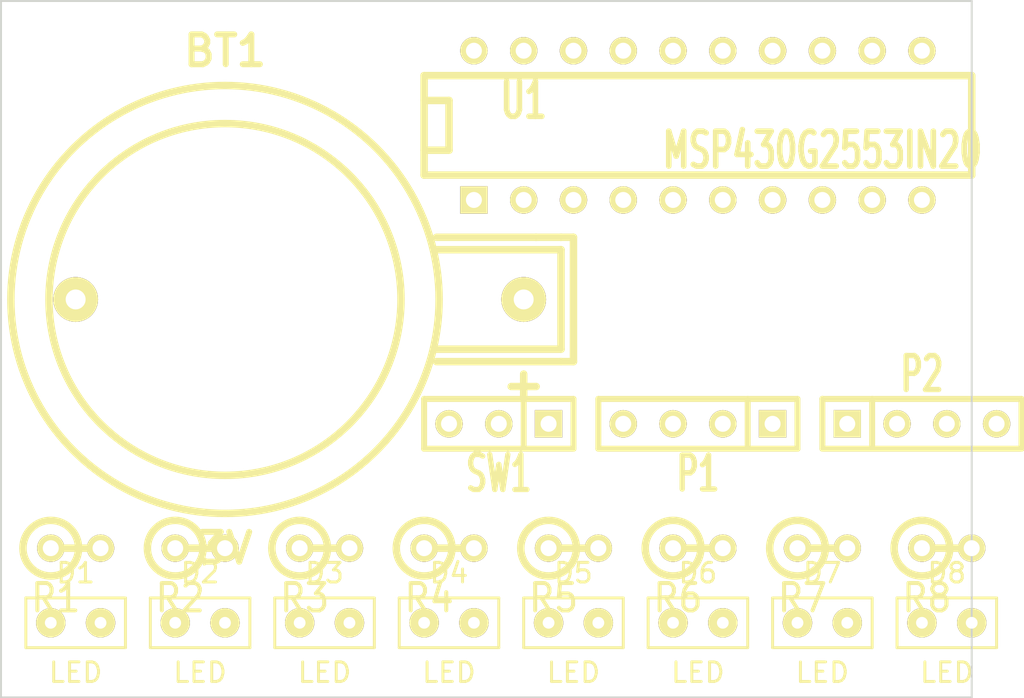
<source format=kicad_pcb>
(kicad_pcb (version 3) (host pcbnew "(2013-07-07 BZR 4022)-stable")

  (general
    (links 35)
    (no_connects 35)
    (area 0 0 0 0)
    (thickness 1.6)
    (drawings 5)
    (tracks 0)
    (zones 0)
    (modules 21)
    (nets 24)
  )

  (page A3)
  (layers
    (15 F.Cu signal)
    (0 B.Cu signal)
    (16 B.Adhes user)
    (17 F.Adhes user)
    (18 B.Paste user)
    (19 F.Paste user)
    (20 B.SilkS user)
    (21 F.SilkS user)
    (22 B.Mask user)
    (23 F.Mask user)
    (24 Dwgs.User user)
    (25 Cmts.User user)
    (26 Eco1.User user)
    (27 Eco2.User user)
  )

  (setup
    (last_trace_width 0.254)
    (trace_clearance 0.254)
    (zone_clearance 0.508)
    (zone_45_only no)
    (trace_min 0.254)
    (segment_width 0.2)
    (edge_width 0.1)
    (via_size 0.889)
    (via_drill 0.635)
    (via_min_size 0.889)
    (via_min_drill 0.508)
    (uvia_size 0.508)
    (uvia_drill 0.127)
    (uvias_allowed no)
    (uvia_min_size 0.508)
    (uvia_min_drill 0.127)
    (pcb_text_width 0.3)
    (pcb_text_size 1.5 1.5)
    (mod_edge_width 0.15)
    (mod_text_size 1 1)
    (mod_text_width 0.15)
    (pad_size 1.5 1.5)
    (pad_drill 0.6)
    (pad_to_mask_clearance 0)
    (aux_axis_origin 0 0)
    (visible_elements FFFFFFBF)
    (pcbplotparams
      (layerselection 3178497)
      (usegerberextensions true)
      (excludeedgelayer true)
      (linewidth 0.150000)
      (plotframeref false)
      (viasonmask false)
      (mode 1)
      (useauxorigin false)
      (hpglpennumber 1)
      (hpglpenspeed 20)
      (hpglpendiameter 15)
      (hpglpenoverlay 2)
      (psnegative false)
      (psa4output false)
      (plotreference true)
      (plotvalue true)
      (plotothertext true)
      (plotinvisibletext false)
      (padsonsilk false)
      (subtractmaskfromsilk false)
      (outputformat 1)
      (mirror false)
      (drillshape 1)
      (scaleselection 1)
      (outputdirectory ""))
  )

  (net 0 "")
  (net 1 N-000001)
  (net 2 N-0000010)
  (net 3 N-0000011)
  (net 4 N-0000012)
  (net 5 N-0000013)
  (net 6 N-0000014)
  (net 7 N-0000015)
  (net 8 N-0000016)
  (net 9 N-0000017)
  (net 10 N-0000018)
  (net 11 N-0000019)
  (net 12 N-000002)
  (net 13 N-0000020)
  (net 14 N-0000021)
  (net 15 N-0000028)
  (net 16 N-0000029)
  (net 17 N-000003)
  (net 18 N-000004)
  (net 19 N-000005)
  (net 20 N-000006)
  (net 21 N-000007)
  (net 22 N-000008)
  (net 23 N-000009)

  (net_class Default "This is the default net class."
    (clearance 0.254)
    (trace_width 0.254)
    (via_dia 0.889)
    (via_drill 0.635)
    (uvia_dia 0.508)
    (uvia_drill 0.127)
    (add_net "")
    (add_net N-000001)
    (add_net N-0000010)
    (add_net N-0000011)
    (add_net N-0000012)
    (add_net N-0000013)
    (add_net N-0000014)
    (add_net N-0000015)
    (add_net N-0000016)
    (add_net N-0000017)
    (add_net N-0000018)
    (add_net N-0000019)
    (add_net N-000002)
    (add_net N-0000020)
    (add_net N-0000021)
    (add_net N-0000028)
    (add_net N-0000029)
    (add_net N-000003)
    (add_net N-000004)
    (add_net N-000005)
    (add_net N-000006)
    (add_net N-000007)
    (add_net N-000008)
    (add_net N-000009)
  )

  (module SIL-4 (layer F.Cu) (tedit 200000) (tstamp 53B883F5)
    (at 133.35 77.47)
    (descr "Connecteur 4 pibs")
    (tags "CONN DEV")
    (path /53B8859D)
    (fp_text reference P2 (at 0 -2.54) (layer F.SilkS)
      (effects (font (size 1.73482 1.08712) (thickness 0.3048)))
    )
    (fp_text value PROGRAM (at 0 -2.54) (layer F.SilkS) hide
      (effects (font (size 1.524 1.016) (thickness 0.3048)))
    )
    (fp_line (start -5.08 -1.27) (end -5.08 -1.27) (layer F.SilkS) (width 0.3048))
    (fp_line (start -5.08 1.27) (end -5.08 -1.27) (layer F.SilkS) (width 0.3048))
    (fp_line (start -5.08 -1.27) (end -5.08 -1.27) (layer F.SilkS) (width 0.3048))
    (fp_line (start -5.08 -1.27) (end 5.08 -1.27) (layer F.SilkS) (width 0.3048))
    (fp_line (start 5.08 -1.27) (end 5.08 1.27) (layer F.SilkS) (width 0.3048))
    (fp_line (start 5.08 1.27) (end -5.08 1.27) (layer F.SilkS) (width 0.3048))
    (fp_line (start -2.54 1.27) (end -2.54 -1.27) (layer F.SilkS) (width 0.3048))
    (pad 1 thru_hole rect (at -3.81 0) (size 1.397 1.397) (drill 0.8128)
      (layers *.Cu *.Mask F.SilkS)
      (net 15 N-0000028)
    )
    (pad 2 thru_hole circle (at -1.27 0) (size 1.397 1.397) (drill 0.8128)
      (layers *.Cu *.Mask F.SilkS)
      (net 4 N-0000012)
    )
    (pad 3 thru_hole circle (at 1.27 0) (size 1.397 1.397) (drill 0.8128)
      (layers *.Cu *.Mask F.SilkS)
      (net 3 N-0000011)
    )
    (pad 4 thru_hole circle (at 3.81 0) (size 1.397 1.397) (drill 0.8128)
      (layers *.Cu *.Mask F.SilkS)
      (net 16 N-0000029)
    )
  )

  (module SIL-4 (layer F.Cu) (tedit 200000) (tstamp 53B88404)
    (at 121.92 77.47 180)
    (descr "Connecteur 4 pibs")
    (tags "CONN DEV")
    (path /53B88486)
    (fp_text reference P1 (at 0 -2.54 180) (layer F.SilkS)
      (effects (font (size 1.73482 1.08712) (thickness 0.3048)))
    )
    (fp_text value SERIAL (at 0 -2.54 180) (layer F.SilkS) hide
      (effects (font (size 1.524 1.016) (thickness 0.3048)))
    )
    (fp_line (start -5.08 -1.27) (end -5.08 -1.27) (layer F.SilkS) (width 0.3048))
    (fp_line (start -5.08 1.27) (end -5.08 -1.27) (layer F.SilkS) (width 0.3048))
    (fp_line (start -5.08 -1.27) (end -5.08 -1.27) (layer F.SilkS) (width 0.3048))
    (fp_line (start -5.08 -1.27) (end 5.08 -1.27) (layer F.SilkS) (width 0.3048))
    (fp_line (start 5.08 -1.27) (end 5.08 1.27) (layer F.SilkS) (width 0.3048))
    (fp_line (start 5.08 1.27) (end -5.08 1.27) (layer F.SilkS) (width 0.3048))
    (fp_line (start -2.54 1.27) (end -2.54 -1.27) (layer F.SilkS) (width 0.3048))
    (pad 1 thru_hole rect (at -3.81 0 180) (size 1.397 1.397) (drill 0.8128)
      (layers *.Cu *.Mask F.SilkS)
      (net 15 N-0000028)
    )
    (pad 2 thru_hole circle (at -1.27 0 180) (size 1.397 1.397) (drill 0.8128)
      (layers *.Cu *.Mask F.SilkS)
      (net 6 N-0000014)
    )
    (pad 3 thru_hole circle (at 1.27 0 180) (size 1.397 1.397) (drill 0.8128)
      (layers *.Cu *.Mask F.SilkS)
      (net 7 N-0000015)
    )
    (pad 4 thru_hole circle (at 3.81 0 180) (size 1.397 1.397) (drill 0.8128)
      (layers *.Cu *.Mask F.SilkS)
      (net 16 N-0000029)
    )
  )

  (module SIL-3 (layer F.Cu) (tedit 200000) (tstamp 53B88410)
    (at 111.76 77.47 180)
    (descr "Connecteur 3 pins")
    (tags "CONN DEV")
    (path /53B88160)
    (fp_text reference SW1 (at 0 -2.54 180) (layer F.SilkS)
      (effects (font (size 1.7907 1.07696) (thickness 0.3048)))
    )
    (fp_text value SPST (at 0 -2.54 180) (layer F.SilkS) hide
      (effects (font (size 1.524 1.016) (thickness 0.3048)))
    )
    (fp_line (start -3.81 1.27) (end -3.81 -1.27) (layer F.SilkS) (width 0.3048))
    (fp_line (start -3.81 -1.27) (end 3.81 -1.27) (layer F.SilkS) (width 0.3048))
    (fp_line (start 3.81 -1.27) (end 3.81 1.27) (layer F.SilkS) (width 0.3048))
    (fp_line (start 3.81 1.27) (end -3.81 1.27) (layer F.SilkS) (width 0.3048))
    (fp_line (start -1.27 -1.27) (end -1.27 1.27) (layer F.SilkS) (width 0.3048))
    (pad 1 thru_hole rect (at -2.54 0 180) (size 1.397 1.397) (drill 0.8128)
      (layers *.Cu *.Mask F.SilkS)
      (net 15 N-0000028)
    )
    (pad 2 thru_hole circle (at 0 0 180) (size 1.397 1.397) (drill 0.8128)
      (layers *.Cu *.Mask F.SilkS)
      (net 14 N-0000021)
    )
    (pad 3 thru_hole circle (at 2.54 0 180) (size 1.397 1.397) (drill 0.8128)
      (layers *.Cu *.Mask F.SilkS)
    )
  )

  (module R1 (layer F.Cu) (tedit 200000) (tstamp 53B88418)
    (at 134.62 83.82)
    (descr "Resistance verticale")
    (tags R)
    (path /53B8820D)
    (autoplace_cost90 10)
    (autoplace_cost180 10)
    (fp_text reference R8 (at -1.016 2.54) (layer F.SilkS)
      (effects (font (size 1.397 1.27) (thickness 0.2032)))
    )
    (fp_text value R (at -1.143 2.54) (layer F.SilkS) hide
      (effects (font (size 1.397 1.27) (thickness 0.2032)))
    )
    (fp_line (start -1.27 0) (end 1.27 0) (layer F.SilkS) (width 0.381))
    (fp_circle (center -1.27 0) (end -0.635 1.27) (layer F.SilkS) (width 0.381))
    (pad 1 thru_hole circle (at -1.27 0) (size 1.397 1.397) (drill 0.8128)
      (layers *.Cu *.Mask F.SilkS)
      (net 8 N-0000016)
    )
    (pad 2 thru_hole circle (at 1.27 0) (size 1.397 1.397) (drill 0.8128)
      (layers *.Cu *.Mask F.SilkS)
      (net 20 N-000006)
    )
    (model discret/verti_resistor.wrl
      (at (xyz 0 0 0))
      (scale (xyz 1 1 1))
      (rotate (xyz 0 0 0))
    )
  )

  (module R1 (layer F.Cu) (tedit 200000) (tstamp 53B88420)
    (at 128.27 83.82)
    (descr "Resistance verticale")
    (tags R)
    (path /53B88207)
    (autoplace_cost90 10)
    (autoplace_cost180 10)
    (fp_text reference R7 (at -1.016 2.54) (layer F.SilkS)
      (effects (font (size 1.397 1.27) (thickness 0.2032)))
    )
    (fp_text value R (at -1.143 2.54) (layer F.SilkS) hide
      (effects (font (size 1.397 1.27) (thickness 0.2032)))
    )
    (fp_line (start -1.27 0) (end 1.27 0) (layer F.SilkS) (width 0.381))
    (fp_circle (center -1.27 0) (end -0.635 1.27) (layer F.SilkS) (width 0.381))
    (pad 1 thru_hole circle (at -1.27 0) (size 1.397 1.397) (drill 0.8128)
      (layers *.Cu *.Mask F.SilkS)
      (net 9 N-0000017)
    )
    (pad 2 thru_hole circle (at 1.27 0) (size 1.397 1.397) (drill 0.8128)
      (layers *.Cu *.Mask F.SilkS)
      (net 21 N-000007)
    )
    (model discret/verti_resistor.wrl
      (at (xyz 0 0 0))
      (scale (xyz 1 1 1))
      (rotate (xyz 0 0 0))
    )
  )

  (module R1 (layer F.Cu) (tedit 200000) (tstamp 53B88428)
    (at 121.92 83.82)
    (descr "Resistance verticale")
    (tags R)
    (path /53B88201)
    (autoplace_cost90 10)
    (autoplace_cost180 10)
    (fp_text reference R6 (at -1.016 2.54) (layer F.SilkS)
      (effects (font (size 1.397 1.27) (thickness 0.2032)))
    )
    (fp_text value R (at -1.143 2.54) (layer F.SilkS) hide
      (effects (font (size 1.397 1.27) (thickness 0.2032)))
    )
    (fp_line (start -1.27 0) (end 1.27 0) (layer F.SilkS) (width 0.381))
    (fp_circle (center -1.27 0) (end -0.635 1.27) (layer F.SilkS) (width 0.381))
    (pad 1 thru_hole circle (at -1.27 0) (size 1.397 1.397) (drill 0.8128)
      (layers *.Cu *.Mask F.SilkS)
      (net 10 N-0000018)
    )
    (pad 2 thru_hole circle (at 1.27 0) (size 1.397 1.397) (drill 0.8128)
      (layers *.Cu *.Mask F.SilkS)
      (net 22 N-000008)
    )
    (model discret/verti_resistor.wrl
      (at (xyz 0 0 0))
      (scale (xyz 1 1 1))
      (rotate (xyz 0 0 0))
    )
  )

  (module R1 (layer F.Cu) (tedit 200000) (tstamp 53B88430)
    (at 115.57 83.82)
    (descr "Resistance verticale")
    (tags R)
    (path /53B881FB)
    (autoplace_cost90 10)
    (autoplace_cost180 10)
    (fp_text reference R5 (at -1.016 2.54) (layer F.SilkS)
      (effects (font (size 1.397 1.27) (thickness 0.2032)))
    )
    (fp_text value R (at -1.143 2.54) (layer F.SilkS) hide
      (effects (font (size 1.397 1.27) (thickness 0.2032)))
    )
    (fp_line (start -1.27 0) (end 1.27 0) (layer F.SilkS) (width 0.381))
    (fp_circle (center -1.27 0) (end -0.635 1.27) (layer F.SilkS) (width 0.381))
    (pad 1 thru_hole circle (at -1.27 0) (size 1.397 1.397) (drill 0.8128)
      (layers *.Cu *.Mask F.SilkS)
      (net 12 N-000002)
    )
    (pad 2 thru_hole circle (at 1.27 0) (size 1.397 1.397) (drill 0.8128)
      (layers *.Cu *.Mask F.SilkS)
      (net 23 N-000009)
    )
    (model discret/verti_resistor.wrl
      (at (xyz 0 0 0))
      (scale (xyz 1 1 1))
      (rotate (xyz 0 0 0))
    )
  )

  (module R1 (layer F.Cu) (tedit 200000) (tstamp 53B88438)
    (at 109.22 83.82)
    (descr "Resistance verticale")
    (tags R)
    (path /53B881F5)
    (autoplace_cost90 10)
    (autoplace_cost180 10)
    (fp_text reference R4 (at -1.016 2.54) (layer F.SilkS)
      (effects (font (size 1.397 1.27) (thickness 0.2032)))
    )
    (fp_text value R (at -1.143 2.54) (layer F.SilkS) hide
      (effects (font (size 1.397 1.27) (thickness 0.2032)))
    )
    (fp_line (start -1.27 0) (end 1.27 0) (layer F.SilkS) (width 0.381))
    (fp_circle (center -1.27 0) (end -0.635 1.27) (layer F.SilkS) (width 0.381))
    (pad 1 thru_hole circle (at -1.27 0) (size 1.397 1.397) (drill 0.8128)
      (layers *.Cu *.Mask F.SilkS)
      (net 17 N-000003)
    )
    (pad 2 thru_hole circle (at 1.27 0) (size 1.397 1.397) (drill 0.8128)
      (layers *.Cu *.Mask F.SilkS)
      (net 2 N-0000010)
    )
    (model discret/verti_resistor.wrl
      (at (xyz 0 0 0))
      (scale (xyz 1 1 1))
      (rotate (xyz 0 0 0))
    )
  )

  (module R1 (layer F.Cu) (tedit 200000) (tstamp 53B88440)
    (at 102.87 83.82)
    (descr "Resistance verticale")
    (tags R)
    (path /53B881EF)
    (autoplace_cost90 10)
    (autoplace_cost180 10)
    (fp_text reference R3 (at -1.016 2.54) (layer F.SilkS)
      (effects (font (size 1.397 1.27) (thickness 0.2032)))
    )
    (fp_text value R (at -1.143 2.54) (layer F.SilkS) hide
      (effects (font (size 1.397 1.27) (thickness 0.2032)))
    )
    (fp_line (start -1.27 0) (end 1.27 0) (layer F.SilkS) (width 0.381))
    (fp_circle (center -1.27 0) (end -0.635 1.27) (layer F.SilkS) (width 0.381))
    (pad 1 thru_hole circle (at -1.27 0) (size 1.397 1.397) (drill 0.8128)
      (layers *.Cu *.Mask F.SilkS)
      (net 18 N-000004)
    )
    (pad 2 thru_hole circle (at 1.27 0) (size 1.397 1.397) (drill 0.8128)
      (layers *.Cu *.Mask F.SilkS)
      (net 5 N-0000013)
    )
    (model discret/verti_resistor.wrl
      (at (xyz 0 0 0))
      (scale (xyz 1 1 1))
      (rotate (xyz 0 0 0))
    )
  )

  (module R1 (layer F.Cu) (tedit 200000) (tstamp 53B88448)
    (at 96.52 83.82)
    (descr "Resistance verticale")
    (tags R)
    (path /53B881DF)
    (autoplace_cost90 10)
    (autoplace_cost180 10)
    (fp_text reference R2 (at -1.016 2.54) (layer F.SilkS)
      (effects (font (size 1.397 1.27) (thickness 0.2032)))
    )
    (fp_text value R (at -1.143 2.54) (layer F.SilkS) hide
      (effects (font (size 1.397 1.27) (thickness 0.2032)))
    )
    (fp_line (start -1.27 0) (end 1.27 0) (layer F.SilkS) (width 0.381))
    (fp_circle (center -1.27 0) (end -0.635 1.27) (layer F.SilkS) (width 0.381))
    (pad 1 thru_hole circle (at -1.27 0) (size 1.397 1.397) (drill 0.8128)
      (layers *.Cu *.Mask F.SilkS)
      (net 19 N-000005)
    )
    (pad 2 thru_hole circle (at 1.27 0) (size 1.397 1.397) (drill 0.8128)
      (layers *.Cu *.Mask F.SilkS)
      (net 11 N-0000019)
    )
    (model discret/verti_resistor.wrl
      (at (xyz 0 0 0))
      (scale (xyz 1 1 1))
      (rotate (xyz 0 0 0))
    )
  )

  (module R1 (layer F.Cu) (tedit 200000) (tstamp 53B88450)
    (at 90.17 83.82)
    (descr "Resistance verticale")
    (tags R)
    (path /53B881D2)
    (autoplace_cost90 10)
    (autoplace_cost180 10)
    (fp_text reference R1 (at -1.016 2.54) (layer F.SilkS)
      (effects (font (size 1.397 1.27) (thickness 0.2032)))
    )
    (fp_text value R (at -1.143 2.54) (layer F.SilkS) hide
      (effects (font (size 1.397 1.27) (thickness 0.2032)))
    )
    (fp_line (start -1.27 0) (end 1.27 0) (layer F.SilkS) (width 0.381))
    (fp_circle (center -1.27 0) (end -0.635 1.27) (layer F.SilkS) (width 0.381))
    (pad 1 thru_hole circle (at -1.27 0) (size 1.397 1.397) (drill 0.8128)
      (layers *.Cu *.Mask F.SilkS)
      (net 1 N-000001)
    )
    (pad 2 thru_hole circle (at 1.27 0) (size 1.397 1.397) (drill 0.8128)
      (layers *.Cu *.Mask F.SilkS)
      (net 13 N-0000020)
    )
    (model discret/verti_resistor.wrl
      (at (xyz 0 0 0))
      (scale (xyz 1 1 1))
      (rotate (xyz 0 0 0))
    )
  )

  (module LED_Rect (layer F.Cu) (tedit 53B881B7) (tstamp 53B8845A)
    (at 133.35 87.63)
    (path /53B881C3)
    (fp_text reference D8 (at 1.27 -2.54) (layer F.SilkS)
      (effects (font (size 1 1) (thickness 0.15)))
    )
    (fp_text value LED (at 1.27 2.54) (layer F.SilkS)
      (effects (font (size 1 1) (thickness 0.15)))
    )
    (fp_line (start -1.27 -1.27) (end 3.81 -1.27) (layer F.SilkS) (width 0.15))
    (fp_line (start 3.81 -1.27) (end 3.81 1.27) (layer F.SilkS) (width 0.15))
    (fp_line (start 3.81 1.27) (end -1.27 1.27) (layer F.SilkS) (width 0.15))
    (fp_line (start -1.27 1.27) (end -1.27 -1.27) (layer F.SilkS) (width 0.15))
    (pad 1 thru_hole circle (at 0 0) (size 1.5 1.5) (drill 0.6)
      (layers *.Cu *.Mask F.SilkS)
      (net 16 N-0000029)
    )
    (pad 2 thru_hole circle (at 2.54 0) (size 1.5 1.5) (drill 0.6)
      (layers *.Cu *.Mask F.SilkS)
      (net 20 N-000006)
    )
  )

  (module LED_Rect (layer F.Cu) (tedit 53B881B7) (tstamp 53B88464)
    (at 127 87.63)
    (path /53B881BD)
    (fp_text reference D7 (at 1.27 -2.54) (layer F.SilkS)
      (effects (font (size 1 1) (thickness 0.15)))
    )
    (fp_text value LED (at 1.27 2.54) (layer F.SilkS)
      (effects (font (size 1 1) (thickness 0.15)))
    )
    (fp_line (start -1.27 -1.27) (end 3.81 -1.27) (layer F.SilkS) (width 0.15))
    (fp_line (start 3.81 -1.27) (end 3.81 1.27) (layer F.SilkS) (width 0.15))
    (fp_line (start 3.81 1.27) (end -1.27 1.27) (layer F.SilkS) (width 0.15))
    (fp_line (start -1.27 1.27) (end -1.27 -1.27) (layer F.SilkS) (width 0.15))
    (pad 1 thru_hole circle (at 0 0) (size 1.5 1.5) (drill 0.6)
      (layers *.Cu *.Mask F.SilkS)
      (net 16 N-0000029)
    )
    (pad 2 thru_hole circle (at 2.54 0) (size 1.5 1.5) (drill 0.6)
      (layers *.Cu *.Mask F.SilkS)
      (net 21 N-000007)
    )
  )

  (module LED_Rect (layer F.Cu) (tedit 53B881B7) (tstamp 53B8846E)
    (at 120.65 87.63)
    (path /53B881B7)
    (fp_text reference D6 (at 1.27 -2.54) (layer F.SilkS)
      (effects (font (size 1 1) (thickness 0.15)))
    )
    (fp_text value LED (at 1.27 2.54) (layer F.SilkS)
      (effects (font (size 1 1) (thickness 0.15)))
    )
    (fp_line (start -1.27 -1.27) (end 3.81 -1.27) (layer F.SilkS) (width 0.15))
    (fp_line (start 3.81 -1.27) (end 3.81 1.27) (layer F.SilkS) (width 0.15))
    (fp_line (start 3.81 1.27) (end -1.27 1.27) (layer F.SilkS) (width 0.15))
    (fp_line (start -1.27 1.27) (end -1.27 -1.27) (layer F.SilkS) (width 0.15))
    (pad 1 thru_hole circle (at 0 0) (size 1.5 1.5) (drill 0.6)
      (layers *.Cu *.Mask F.SilkS)
      (net 16 N-0000029)
    )
    (pad 2 thru_hole circle (at 2.54 0) (size 1.5 1.5) (drill 0.6)
      (layers *.Cu *.Mask F.SilkS)
      (net 22 N-000008)
    )
  )

  (module LED_Rect (layer F.Cu) (tedit 53B881B7) (tstamp 53B88478)
    (at 114.3 87.63)
    (path /53B881B1)
    (fp_text reference D5 (at 1.27 -2.54) (layer F.SilkS)
      (effects (font (size 1 1) (thickness 0.15)))
    )
    (fp_text value LED (at 1.27 2.54) (layer F.SilkS)
      (effects (font (size 1 1) (thickness 0.15)))
    )
    (fp_line (start -1.27 -1.27) (end 3.81 -1.27) (layer F.SilkS) (width 0.15))
    (fp_line (start 3.81 -1.27) (end 3.81 1.27) (layer F.SilkS) (width 0.15))
    (fp_line (start 3.81 1.27) (end -1.27 1.27) (layer F.SilkS) (width 0.15))
    (fp_line (start -1.27 1.27) (end -1.27 -1.27) (layer F.SilkS) (width 0.15))
    (pad 1 thru_hole circle (at 0 0) (size 1.5 1.5) (drill 0.6)
      (layers *.Cu *.Mask F.SilkS)
      (net 16 N-0000029)
    )
    (pad 2 thru_hole circle (at 2.54 0) (size 1.5 1.5) (drill 0.6)
      (layers *.Cu *.Mask F.SilkS)
      (net 23 N-000009)
    )
  )

  (module LED_Rect (layer F.Cu) (tedit 53B881B7) (tstamp 53B88482)
    (at 107.95 87.63)
    (path /53B881AB)
    (fp_text reference D4 (at 1.27 -2.54) (layer F.SilkS)
      (effects (font (size 1 1) (thickness 0.15)))
    )
    (fp_text value LED (at 1.27 2.54) (layer F.SilkS)
      (effects (font (size 1 1) (thickness 0.15)))
    )
    (fp_line (start -1.27 -1.27) (end 3.81 -1.27) (layer F.SilkS) (width 0.15))
    (fp_line (start 3.81 -1.27) (end 3.81 1.27) (layer F.SilkS) (width 0.15))
    (fp_line (start 3.81 1.27) (end -1.27 1.27) (layer F.SilkS) (width 0.15))
    (fp_line (start -1.27 1.27) (end -1.27 -1.27) (layer F.SilkS) (width 0.15))
    (pad 1 thru_hole circle (at 0 0) (size 1.5 1.5) (drill 0.6)
      (layers *.Cu *.Mask F.SilkS)
      (net 16 N-0000029)
    )
    (pad 2 thru_hole circle (at 2.54 0) (size 1.5 1.5) (drill 0.6)
      (layers *.Cu *.Mask F.SilkS)
      (net 2 N-0000010)
    )
  )

  (module LED_Rect (layer F.Cu) (tedit 53B881B7) (tstamp 53B8848C)
    (at 101.6 87.63)
    (path /53B881A5)
    (fp_text reference D3 (at 1.27 -2.54) (layer F.SilkS)
      (effects (font (size 1 1) (thickness 0.15)))
    )
    (fp_text value LED (at 1.27 2.54) (layer F.SilkS)
      (effects (font (size 1 1) (thickness 0.15)))
    )
    (fp_line (start -1.27 -1.27) (end 3.81 -1.27) (layer F.SilkS) (width 0.15))
    (fp_line (start 3.81 -1.27) (end 3.81 1.27) (layer F.SilkS) (width 0.15))
    (fp_line (start 3.81 1.27) (end -1.27 1.27) (layer F.SilkS) (width 0.15))
    (fp_line (start -1.27 1.27) (end -1.27 -1.27) (layer F.SilkS) (width 0.15))
    (pad 1 thru_hole circle (at 0 0) (size 1.5 1.5) (drill 0.6)
      (layers *.Cu *.Mask F.SilkS)
      (net 16 N-0000029)
    )
    (pad 2 thru_hole circle (at 2.54 0) (size 1.5 1.5) (drill 0.6)
      (layers *.Cu *.Mask F.SilkS)
      (net 5 N-0000013)
    )
  )

  (module LED_Rect (layer F.Cu) (tedit 53B881B7) (tstamp 53B88496)
    (at 95.25 87.63)
    (path /53B8819F)
    (fp_text reference D2 (at 1.27 -2.54) (layer F.SilkS)
      (effects (font (size 1 1) (thickness 0.15)))
    )
    (fp_text value LED (at 1.27 2.54) (layer F.SilkS)
      (effects (font (size 1 1) (thickness 0.15)))
    )
    (fp_line (start -1.27 -1.27) (end 3.81 -1.27) (layer F.SilkS) (width 0.15))
    (fp_line (start 3.81 -1.27) (end 3.81 1.27) (layer F.SilkS) (width 0.15))
    (fp_line (start 3.81 1.27) (end -1.27 1.27) (layer F.SilkS) (width 0.15))
    (fp_line (start -1.27 1.27) (end -1.27 -1.27) (layer F.SilkS) (width 0.15))
    (pad 1 thru_hole circle (at 0 0) (size 1.5 1.5) (drill 0.6)
      (layers *.Cu *.Mask F.SilkS)
      (net 16 N-0000029)
    )
    (pad 2 thru_hole circle (at 2.54 0) (size 1.5 1.5) (drill 0.6)
      (layers *.Cu *.Mask F.SilkS)
      (net 11 N-0000019)
    )
  )

  (module LED_Rect (layer F.Cu) (tedit 53B881B7) (tstamp 53B884A0)
    (at 88.9 87.63)
    (path /53B88192)
    (fp_text reference D1 (at 1.27 -2.54) (layer F.SilkS)
      (effects (font (size 1 1) (thickness 0.15)))
    )
    (fp_text value LED (at 1.27 2.54) (layer F.SilkS)
      (effects (font (size 1 1) (thickness 0.15)))
    )
    (fp_line (start -1.27 -1.27) (end 3.81 -1.27) (layer F.SilkS) (width 0.15))
    (fp_line (start 3.81 -1.27) (end 3.81 1.27) (layer F.SilkS) (width 0.15))
    (fp_line (start 3.81 1.27) (end -1.27 1.27) (layer F.SilkS) (width 0.15))
    (fp_line (start -1.27 1.27) (end -1.27 -1.27) (layer F.SilkS) (width 0.15))
    (pad 1 thru_hole circle (at 0 0) (size 1.5 1.5) (drill 0.6)
      (layers *.Cu *.Mask F.SilkS)
      (net 16 N-0000029)
    )
    (pad 2 thru_hole circle (at 2.54 0) (size 1.5 1.5) (drill 0.6)
      (layers *.Cu *.Mask F.SilkS)
      (net 13 N-0000020)
    )
  )

  (module DIP-20__300 (layer F.Cu) (tedit 200000) (tstamp 53B884BF)
    (at 121.92 62.23)
    (descr "20 pins DIL package, round pads")
    (tags DIL)
    (path /53B88129)
    (fp_text reference U1 (at -8.89 -1.27) (layer F.SilkS)
      (effects (font (size 1.778 1.143) (thickness 0.3048)))
    )
    (fp_text value MSP430G2553IN20 (at 6.35 1.27) (layer F.SilkS)
      (effects (font (size 1.778 1.143) (thickness 0.3048)))
    )
    (fp_line (start -13.97 -1.27) (end -12.7 -1.27) (layer F.SilkS) (width 0.381))
    (fp_line (start -12.7 -1.27) (end -12.7 1.27) (layer F.SilkS) (width 0.381))
    (fp_line (start -12.7 1.27) (end -13.97 1.27) (layer F.SilkS) (width 0.381))
    (fp_line (start -13.97 -2.54) (end 13.97 -2.54) (layer F.SilkS) (width 0.381))
    (fp_line (start 13.97 -2.54) (end 13.97 2.54) (layer F.SilkS) (width 0.381))
    (fp_line (start 13.97 2.54) (end -13.97 2.54) (layer F.SilkS) (width 0.381))
    (fp_line (start -13.97 2.54) (end -13.97 -2.54) (layer F.SilkS) (width 0.381))
    (pad 1 thru_hole rect (at -11.43 3.81) (size 1.397 1.397) (drill 0.8128)
      (layers *.Cu *.Mask F.SilkS)
      (net 15 N-0000028)
    )
    (pad 2 thru_hole circle (at -8.89 3.81) (size 1.397 1.397) (drill 0.8128)
      (layers *.Cu *.Mask F.SilkS)
      (net 7 N-0000015)
    )
    (pad 3 thru_hole circle (at -6.35 3.81) (size 1.397 1.397) (drill 0.8128)
      (layers *.Cu *.Mask F.SilkS)
      (net 6 N-0000014)
    )
    (pad 4 thru_hole circle (at -3.81 3.81) (size 1.397 1.397) (drill 0.8128)
      (layers *.Cu *.Mask F.SilkS)
    )
    (pad 5 thru_hole circle (at -1.27 3.81) (size 1.397 1.397) (drill 0.8128)
      (layers *.Cu *.Mask F.SilkS)
    )
    (pad 6 thru_hole circle (at 1.27 3.81) (size 1.397 1.397) (drill 0.8128)
      (layers *.Cu *.Mask F.SilkS)
    )
    (pad 7 thru_hole circle (at 3.81 3.81) (size 1.397 1.397) (drill 0.8128)
      (layers *.Cu *.Mask F.SilkS)
    )
    (pad 8 thru_hole circle (at 6.35 3.81) (size 1.397 1.397) (drill 0.8128)
      (layers *.Cu *.Mask F.SilkS)
      (net 1 N-000001)
    )
    (pad 9 thru_hole circle (at 8.89 3.81) (size 1.397 1.397) (drill 0.8128)
      (layers *.Cu *.Mask F.SilkS)
      (net 19 N-000005)
    )
    (pad 10 thru_hole circle (at 11.43 3.81) (size 1.397 1.397) (drill 0.8128)
      (layers *.Cu *.Mask F.SilkS)
      (net 18 N-000004)
    )
    (pad 11 thru_hole circle (at 11.43 -3.81) (size 1.397 1.397) (drill 0.8128)
      (layers *.Cu *.Mask F.SilkS)
      (net 17 N-000003)
    )
    (pad 12 thru_hole circle (at 8.89 -3.81) (size 1.397 1.397) (drill 0.8128)
      (layers *.Cu *.Mask F.SilkS)
      (net 12 N-000002)
    )
    (pad 13 thru_hole circle (at 6.35 -3.81) (size 1.397 1.397) (drill 0.8128)
      (layers *.Cu *.Mask F.SilkS)
      (net 10 N-0000018)
    )
    (pad 14 thru_hole circle (at 3.81 -3.81) (size 1.397 1.397) (drill 0.8128)
      (layers *.Cu *.Mask F.SilkS)
    )
    (pad 15 thru_hole circle (at 1.27 -3.81) (size 1.397 1.397) (drill 0.8128)
      (layers *.Cu *.Mask F.SilkS)
    )
    (pad 16 thru_hole circle (at -1.27 -3.81) (size 1.397 1.397) (drill 0.8128)
      (layers *.Cu *.Mask F.SilkS)
      (net 3 N-0000011)
    )
    (pad 17 thru_hole circle (at -3.81 -3.81) (size 1.397 1.397) (drill 0.8128)
      (layers *.Cu *.Mask F.SilkS)
      (net 4 N-0000012)
    )
    (pad 18 thru_hole circle (at -6.35 -3.81) (size 1.397 1.397) (drill 0.8128)
      (layers *.Cu *.Mask F.SilkS)
      (net 8 N-0000016)
    )
    (pad 19 thru_hole circle (at -8.89 -3.81) (size 1.397 1.397) (drill 0.8128)
      (layers *.Cu *.Mask F.SilkS)
      (net 9 N-0000017)
    )
    (pad 20 thru_hole circle (at -11.43 -3.81) (size 1.397 1.397) (drill 0.8128)
      (layers *.Cu *.Mask F.SilkS)
      (net 16 N-0000029)
    )
    (model dil/dil_20.wrl
      (at (xyz 0 0 0))
      (scale (xyz 1 1 1))
      (rotate (xyz 0 0 0))
    )
  )

  (module CR2032H (layer F.Cu) (tedit 4C5E6DB1) (tstamp 53B884D2)
    (at 97.79 71.12)
    (path /53B88138)
    (fp_text reference BT1 (at 0 -12.7) (layer F.SilkS)
      (effects (font (size 1.524 1.524) (thickness 0.3048)))
    )
    (fp_text value 3V (at 0 12.7) (layer F.SilkS)
      (effects (font (size 1.524 1.524) (thickness 0.3048)))
    )
    (fp_line (start 15.24 3.81) (end 15.24 5.08) (layer F.SilkS) (width 0.381))
    (fp_line (start 14.605 4.445) (end 15.875 4.445) (layer F.SilkS) (width 0.381))
    (fp_line (start 10.795 -2.54) (end 17.145 -2.54) (layer F.SilkS) (width 0.381))
    (fp_line (start 17.145 -2.54) (end 17.145 2.54) (layer F.SilkS) (width 0.381))
    (fp_line (start 17.145 2.54) (end 10.795 2.54) (layer F.SilkS) (width 0.381))
    (fp_line (start 17.145 -3.175) (end 17.78 -3.175) (layer F.SilkS) (width 0.381))
    (fp_line (start 17.78 -3.175) (end 17.78 3.175) (layer F.SilkS) (width 0.381))
    (fp_line (start 17.78 3.175) (end 17.145 3.175) (layer F.SilkS) (width 0.381))
    (fp_line (start 15.875 -3.175) (end 17.145 -3.175) (layer F.SilkS) (width 0.381))
    (fp_line (start 17.145 3.175) (end 10.795 3.175) (layer F.SilkS) (width 0.381))
    (fp_line (start 10.795 -3.175) (end 15.875 -3.175) (layer F.SilkS) (width 0.381))
    (fp_circle (center 0 0) (end -1.27 -8.89) (layer F.SilkS) (width 0.381))
    (fp_circle (center 0 0) (end 6.35 8.89) (layer F.SilkS) (width 0.381))
    (pad 2 thru_hole circle (at -7.62 0) (size 2.286 2.286) (drill 1.016)
      (layers *.Cu *.Mask F.SilkS)
      (net 16 N-0000029)
    )
    (pad 1 thru_hole circle (at 15.24 0) (size 2.286 2.286) (drill 1.016)
      (layers *.Cu *.Mask F.SilkS)
      (net 14 N-0000021)
    )
  )

  (gr_line (start 86.36 55.88) (end 86.36 71.12) (angle 90) (layer Edge.Cuts) (width 0.1))
  (gr_line (start 135.89 55.88) (end 86.36 55.88) (angle 90) (layer Edge.Cuts) (width 0.1))
  (gr_line (start 135.89 91.44) (end 135.89 55.88) (angle 90) (layer Edge.Cuts) (width 0.1))
  (gr_line (start 86.36 91.44) (end 135.89 91.44) (angle 90) (layer Edge.Cuts) (width 0.1))
  (gr_line (start 86.36 71.12) (end 86.36 91.44) (angle 90) (layer Edge.Cuts) (width 0.1))

)

</source>
